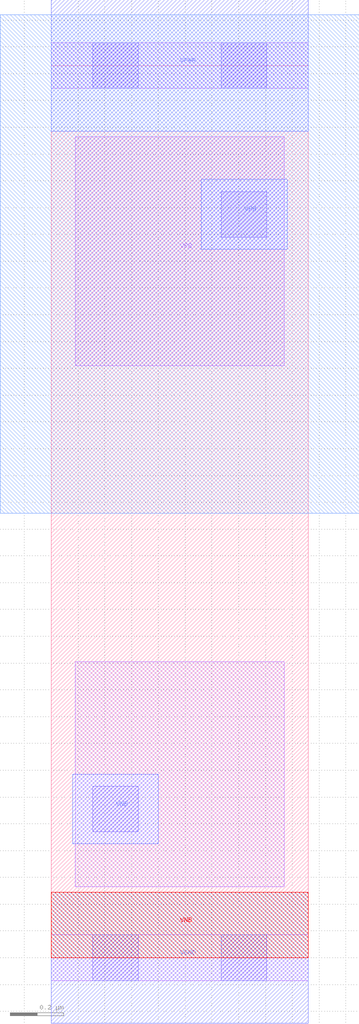
<source format=lef>
# Copyright 2020 The SkyWater PDK Authors
#
# Licensed under the Apache License, Version 2.0 (the "License");
# you may not use this file except in compliance with the License.
# You may obtain a copy of the License at
#
#     https://www.apache.org/licenses/LICENSE-2.0
#
# Unless required by applicable law or agreed to in writing, software
# distributed under the License is distributed on an "AS IS" BASIS,
# WITHOUT WARRANTIES OR CONDITIONS OF ANY KIND, either express or implied.
# See the License for the specific language governing permissions and
# limitations under the License.
#
# SPDX-License-Identifier: Apache-2.0

VERSION 5.7 ;
  NOWIREEXTENSIONATPIN ON ;
  DIVIDERCHAR "/" ;
  BUSBITCHARS "[]" ;
MACRO sky130_fd_sc_hs__tapmet1_2
  CLASS CORE WELLTAP ;
  FOREIGN sky130_fd_sc_hs__tapmet1_2 ;
  ORIGIN  0.000000  0.000000 ;
  SIZE  0.960000 BY  3.330000 ;
  SYMMETRY X Y ;
  SITE unit ;
  PIN VGND
    DIRECTION INOUT ;
    USE GROUND ;
    PORT
      LAYER met1 ;
        RECT 0.000000 -0.245000 0.960000 0.245000 ;
    END
  END VGND
  PIN VNB
    DIRECTION INOUT ;
    USE GROUND ;
    PORT
      LAYER met1 ;
        RECT 0.080000 0.425000 0.400000 0.685000 ;
    END
    PORT
      LAYER pwell ;
        RECT 0.000000 0.000000 0.960000 0.245000 ;
    END
  END VNB
  PIN VPB
    DIRECTION INOUT ;
    USE POWER ;
    PORT
      LAYER li1 ;
        RECT 0.090000 2.210000 0.870000 3.065000 ;
      LAYER mcon ;
        RECT 0.635000 2.690000 0.805000 2.860000 ;
    END
    PORT
      LAYER met1 ;
        RECT 0.560000 2.645000 0.880000 2.905000 ;
    END
  END VPB
  PIN VPWR
    DIRECTION INOUT ;
    USE POWER ;
    PORT
      LAYER met1 ;
        RECT 0.000000 3.085000 0.960000 3.575000 ;
    END
  END VPWR
  OBS
    LAYER li1 ;
      RECT 0.000000 -0.085000 0.960000 0.085000 ;
      RECT 0.000000  3.245000 0.960000 3.415000 ;
      RECT 0.090000  0.265000 0.870000 1.105000 ;
    LAYER mcon ;
      RECT 0.155000 -0.085000 0.325000 0.085000 ;
      RECT 0.155000  0.470000 0.325000 0.640000 ;
      RECT 0.155000  3.245000 0.325000 3.415000 ;
      RECT 0.635000 -0.085000 0.805000 0.085000 ;
      RECT 0.635000  3.245000 0.805000 3.415000 ;
    LAYER nwell ;
      RECT -0.190000 1.660000 1.150000 3.520000 ;
  END
END sky130_fd_sc_hs__tapmet1_2
END LIBRARY

</source>
